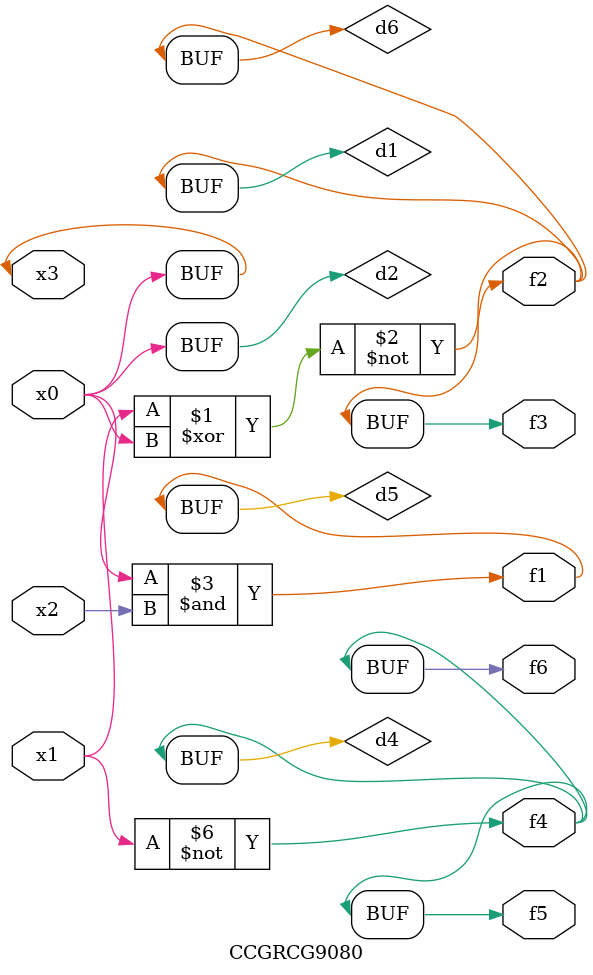
<source format=v>
module CCGRCG9080(
	input x0, x1, x2, x3,
	output f1, f2, f3, f4, f5, f6
);

	wire d1, d2, d3, d4, d5, d6;

	xnor (d1, x1, x3);
	buf (d2, x0, x3);
	nand (d3, x0, x2);
	not (d4, x1);
	nand (d5, d3);
	or (d6, d1);
	assign f1 = d5;
	assign f2 = d6;
	assign f3 = d6;
	assign f4 = d4;
	assign f5 = d4;
	assign f6 = d4;
endmodule

</source>
